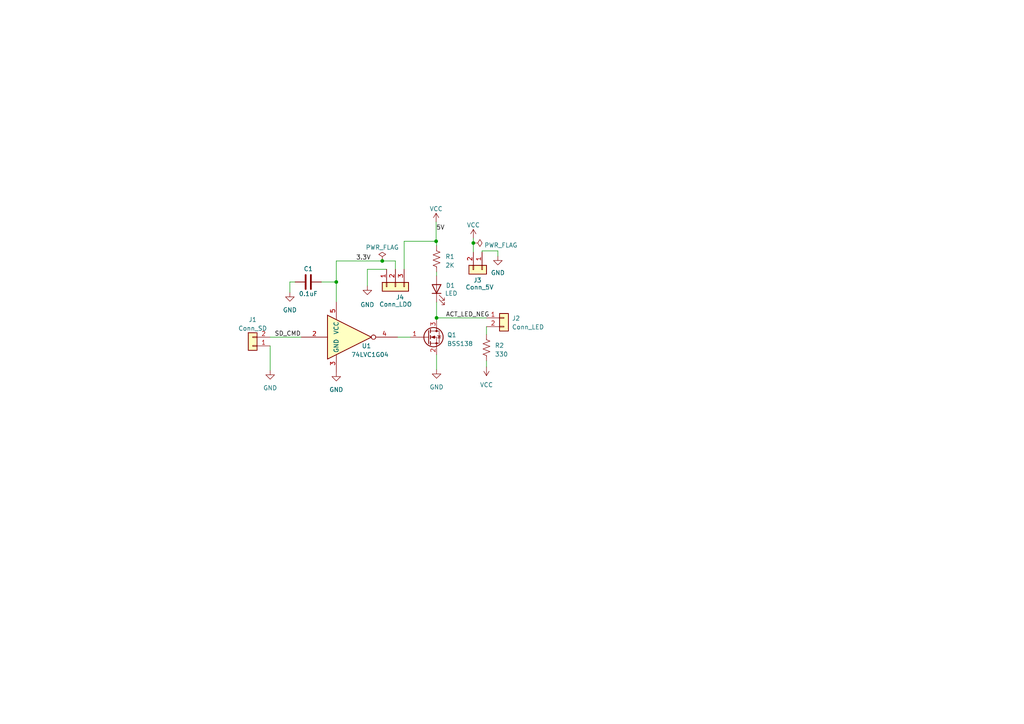
<source format=kicad_sch>
(kicad_sch (version 20230121) (generator eeschema)
  (paper "A4")
  (title_block (title "SD Card Activity LED Driver") (date "2023-07-08") (rev "1"))
  (lib_symbols
    (symbol "74xGxx:74LVC1G04"
      (property "Reference" "U" (at 0 7.62 0))
      (property "Value" "74LVC1G04" (at 5.08 -7.62 0))
      (symbol "74LVC1G04_0_1"
        (polyline (pts (xy -7.62 6.35) (xy -7.62 -6.35) (xy 5.08 0) (xy -7.62 6.35)) (stroke (width 0.254)) (fill (type background)))
      )
      (symbol "74LVC1G04_1_1"
        (pin input line (at -15.24 0 0) (length 7.62) (name "~") (number "2"))
        (pin power_in line (at -5.08 -10.16 90) (length 5.08) (name "GND") (number "3"))
        (pin output inverted (at 12.7 0 180) (length 7.62) (name "~") (number "4"))
        (pin power_in line (at -5.08 10.16 270) (length 5.08) (name "VCC") (number "5"))
      )
    )
    (symbol "Connector_Generic:Conn_01x02" (pin_names (offset 1.016) hide)
      (property "Reference" "J" (at 0 2.54 0))
      (property "Value" "Conn_01x02" (at 0 -5.08 0))
      (symbol "Conn_01x02_1_1"
        (rectangle (start -1.27 -2.413) (end 0 -2.667) (stroke (width 0.1524)))
        (rectangle (start -1.27 0.127) (end 0 -0.127) (stroke (width 0.1524)))
        (rectangle (start -1.27 1.27) (end 1.27 -3.81) (stroke (width 0.254)) (fill (type background)))
        (pin passive line (at -5.08 0 0) (length 3.81) (name "Pin_1") (number "1"))
        (pin passive line (at -5.08 -2.54 0) (length 3.81) (name "Pin_2") (number "2"))
      )
    )
    (symbol "Connector_Generic:Conn_01x03" (pin_names (offset 1.016) hide)
      (property "Reference" "J" (at 0 5.08 0))
      (property "Value" "Conn_01x03" (at 0 -5.08 0))
      (symbol "Conn_01x03_1_1"
        (rectangle (start -1.27 -2.413) (end 0 -2.667) (stroke (width 0.1524)))
        (rectangle (start -1.27 0.127) (end 0 -0.127) (stroke (width 0.1524)))
        (rectangle (start -1.27 2.667) (end 0 2.413) (stroke (width 0.1524)))
        (rectangle (start -1.27 3.81) (end 1.27 -3.81) (stroke (width 0.254)) (fill (type background)))
        (pin passive line (at -5.08 2.54 0) (length 3.81) (name "Pin_1") (number "1"))
        (pin passive line (at -5.08 0 0) (length 3.81) (name "Pin_2") (number "2"))
        (pin passive line (at -5.08 -2.54 0) (length 3.81) (name "Pin_3") (number "3"))
      )
    )
    (symbol "Device:C" (pin_numbers hide) (pin_names (offset 0.254))
      (property "Reference" "C" (at 0.635 2.54 0))
      (property "Value" "C" (at 0.635 -2.54 0))
      (symbol "C_0_1"
        (polyline (pts (xy -2.032 -0.762) (xy 2.032 -0.762)) (stroke (width 0.508)))
        (polyline (pts (xy -2.032 0.762) (xy 2.032 0.762)) (stroke (width 0.508)))
      )
      (symbol "C_1_1"
        (pin passive line (at 0 3.81 270) (length 2.794) (name "~") (number "1"))
        (pin passive line (at 0 -3.81 90) (length 2.794) (name "~") (number "2"))
      )
    )
    (symbol "Device:LED" (pin_numbers hide) (pin_names (offset 1.016) hide)
      (property "Reference" "D" (at 0 2.54 0))
      (property "Value" "LED" (at 0 -2.54 0))
      (symbol "LED_0_1"
        (polyline (pts (xy -1.27 -1.27) (xy -1.27 1.27)) (stroke (width 0.254)))
        (polyline (pts (xy -1.27 0) (xy 1.27 0)))
        (polyline (pts (xy 1.27 -1.27) (xy 1.27 1.27) (xy -1.27 0) (xy 1.27 -1.27)) (stroke (width 0.254)))
        (polyline (pts (xy -3.048 -0.762) (xy -4.572 -2.286) (xy -3.81 -2.286) (xy -4.572 -2.286) (xy -4.572 -1.524)))
        (polyline (pts (xy -1.778 -0.762) (xy -3.302 -2.286) (xy -2.54 -2.286) (xy -3.302 -2.286) (xy -3.302 -1.524)))
      )
      (symbol "LED_1_1"
        (pin passive line (at -3.81 0 0) (length 2.54) (name "K") (number "1"))
        (pin passive line (at 3.81 0 180) (length 2.54) (name "A") (number "2"))
      )
    )
    (symbol "Device:R_US" (pin_numbers hide) (pin_names (offset 0))
      (property "Reference" "R" (at 2.54 0 90))
      (property "Value" "R_US" (at -2.54 0 90))
      (symbol "R_US_0_1"
        (polyline (pts (xy 0 -2.286) (xy 0 -2.54)))
        (polyline (pts (xy 0 2.286) (xy 0 2.54)))
        (polyline (pts (xy 0 -0.762) (xy 1.016 -1.143) (xy 0 -1.524) (xy -1.016 -1.905) (xy 0 -2.286)))
        (polyline (pts (xy 0 0.762) (xy 1.016 0.381) (xy 0 0) (xy -1.016 -0.381) (xy 0 -0.762)))
        (polyline (pts (xy 0 2.286) (xy 1.016 1.905) (xy 0 1.524) (xy -1.016 1.143) (xy 0 0.762)))
      )
      (symbol "R_US_1_1"
        (pin passive line (at 0 3.81 270) (length 1.27) (name "~") (number "1"))
        (pin passive line (at 0 -3.81 90) (length 1.27) (name "~") (number "2"))
      )
    )
    (symbol "Transistor_FET:BSS138" (pin_names hide)
      (property "Reference" "Q" (at 5.08 1.905 0))
      (property "Value" "BSS138" (at 5.08 0 0))
      (symbol "BSS138_0_1"
        (polyline (pts (xy 0.254 0) (xy -2.54 0)))
        (polyline (pts (xy 0.254 1.905) (xy 0.254 -1.905)) (stroke (width 0.254)))
        (polyline (pts (xy 0.762 -1.27) (xy 0.762 -2.286)) (stroke (width 0.254)))
        (polyline (pts (xy 0.762 0.508) (xy 0.762 -0.508)) (stroke (width 0.254)))
        (polyline (pts (xy 0.762 2.286) (xy 0.762 1.27)) (stroke (width 0.254)))
        (polyline (pts (xy 2.54 2.54) (xy 2.54 1.778)))
        (polyline (pts (xy 2.54 -2.54) (xy 2.54 0) (xy 0.762 0)))
        (polyline (pts (xy 0.762 -1.778) (xy 3.302 -1.778) (xy 3.302 1.778) (xy 0.762 1.778)))
        (polyline (pts (xy 1.016 0) (xy 2.032 0.381) (xy 2.032 -0.381) (xy 1.016 0)) (fill (type outline)))
        (polyline (pts (xy 2.794 0.508) (xy 2.921 0.381) (xy 3.683 0.381) (xy 3.81 0.254)))
        (polyline (pts (xy 3.302 0.381) (xy 2.921 -0.254) (xy 3.683 -0.254) (xy 3.302 0.381)))
        (circle (center 1.651 0) (radius 2.794) (stroke (width 0.254)))
        (circle (center 2.54 -1.778) (radius 0.254) (fill (type outline)))
        (circle (center 2.54 1.778) (radius 0.254) (fill (type outline)))
      )
      (symbol "BSS138_1_1"
        (pin input line (at -5.08 0 0) (length 2.54) (name "G") (number "1"))
        (pin passive line (at 2.54 -5.08 90) (length 2.54) (name "S") (number "2"))
        (pin passive line (at 2.54 5.08 270) (length 2.54) (name "D") (number "3"))
      )
    )
    (symbol "power:GND" (power) (pin_names (offset 0))
      (property "Value" "GND" (at 0 -3.81 0))
      (symbol "GND_0_1"
        (polyline (pts (xy 0 0) (xy 0 -1.27) (xy 1.27 -1.27) (xy 0 -2.54) (xy -1.27 -1.27) (xy 0 -1.27)))
      )
      (symbol "GND_1_1"
        (pin power_in line (at 0 0 270) (length 0) hide (name "GND") (number "1"))
      )
    )
    (symbol "power:PWR_FLAG" (power) (pin_numbers hide) (pin_names (offset 0) hide)
      (property "Value" "PWR_FLAG" (at 0 3.81 0))
      (symbol "PWR_FLAG_0_0"
        (pin power_out line (at 0 0 90) (length 0) (name "pwr") (number "1"))
      )
      (symbol "PWR_FLAG_0_1"
        (polyline (pts (xy 0 0) (xy 0 1.27) (xy -1.016 1.905) (xy 0 2.54) (xy 1.016 1.905) (xy 0 1.27)))
      )
    )
    (symbol "power:VCC" (power) (pin_names (offset 0))
      (property "Value" "VCC" (at 0 3.81 0))
      (symbol "VCC_0_1"
        (polyline (pts (xy -0.762 1.27) (xy 0 2.54)))
        (polyline (pts (xy 0 0) (xy 0 2.54)))
        (polyline (pts (xy 0 2.54) (xy 0.762 1.27)))
      )
      (symbol "VCC_1_1"
        (pin power_in line (at 0 0 90) (length 0) hide (name "VCC") (number "1"))
      )
    )
  )
  (junction (at 126.492 69.977))
  (junction (at 137.287 70.485))
  (junction (at 97.536 81.788))
  (junction (at 126.619 92.202))
  (junction (at 110.871 75.692))
  (wire (pts (xy 85.598 81.788) (xy 84.074 81.788)))
  (wire (pts (xy 114.681 78.105) (xy 114.681 75.692)))
  (wire (pts (xy 137.287 70.485) (xy 137.287 73.152)))
  (wire (pts (xy 139.827 72.771) (xy 139.827 73.152)))
  (wire (pts (xy 126.619 78.867) (xy 126.619 80.01)))
  (wire (pts (xy 126.619 92.202) (xy 141.097 92.202)))
  (wire (pts (xy 84.074 81.788) (xy 84.074 84.836)))
  (wire (pts (xy 141.097 97.028) (xy 141.097 94.742)))
  (wire (pts (xy 117.221 69.977) (xy 126.492 69.977)))
  (wire (pts (xy 115.316 97.79) (xy 118.999 97.79)))
  (wire (pts (xy 110.871 75.692) (xy 114.681 75.692)))
  (wire (pts (xy 126.619 87.63) (xy 126.619 92.202)))
  (wire (pts (xy 126.492 64.389) (xy 126.492 69.977)))
  (wire (pts (xy 97.536 81.788) (xy 97.536 87.63)))
  (wire (pts (xy 106.553 78.105) (xy 112.141 78.105)))
  (wire (pts (xy 141.097 106.426) (xy 141.097 104.648)))
  (wire (pts (xy 126.619 70.104) (xy 126.619 71.247)))
  (wire (pts (xy 144.399 74.295) (xy 144.399 72.771)))
  (wire (pts (xy 126.619 102.87) (xy 126.619 107.188)))
  (wire (pts (xy 117.221 69.977) (xy 117.221 78.105)))
  (wire (pts (xy 97.536 75.692) (xy 110.871 75.692)))
  (wire (pts (xy 93.218 81.788) (xy 97.536 81.788)))
  (wire (pts (xy 126.619 70.104) (xy 126.492 70.104)))
  (wire (pts (xy 97.536 75.692) (xy 97.536 81.788)))
  (wire (pts (xy 78.359 107.442) (xy 78.359 100.33)))
  (wire (pts (xy 78.359 97.79) (xy 87.376 97.79)))
  (wire (pts (xy 126.492 69.977) (xy 126.492 70.104)))
  (wire (pts (xy 137.287 69.088) (xy 137.287 70.485)))
  (wire (pts (xy 106.553 82.931) (xy 106.553 78.105)))
  (wire (pts (xy 144.399 72.771) (xy 139.827 72.771)))
  (wire (pts (xy 126.619 92.202) (xy 126.619 92.71)))
  (label "ACT_LED_NEG" (at 129.286 92.202 0))
  (label "3.3V" (at 103.251 75.692 0))
  (label "SD_CMD" (at 79.629 97.79 0))
  (label "5V" (at 126.492 67.0135 0))
  (symbol (lib_id "Transistor_FET:BSS138") (at 124.079 97.79 0) (unit 1)
    (property "Reference" "Q1" (at 129.667 97.155 0) (effects (justify left)))
    (property "Value" "BSS138" (at 129.667 99.695 0) (effects (justify left)))
    (property "Footprint" "Package_TO_SOT_SMD:SOT-23" (effects hide))
    (property "Datasheet" "https://www.onsemi.com/pub/Collateral/BSS138-D.PDF" (effects hide))
  )
  (symbol (lib_id "power:VCC") (at 126.492 64.389 0) (unit 1)
    (property "Reference" "#PWR05" (effects hide))
    (property "Value" "VCC" (at 126.492 60.579 0))
  )
  (symbol (lib_id "Device:C") (at 89.408 81.788 270) (unit 1)
    (property "Reference" "C1" (at 89.408 77.978 90))
    (property "Value" "0.1uF" (at 89.408 85.217 90))
    (property "Footprint" "Capacitor_SMD:C_0805_2012Metric_Pad1.18x1.45mm_HandSolder" (effects hide))
  )
  (symbol (lib_id "Device:R_US") (at 126.619 75.057 0) (unit 1)
    (property "Reference" "R1" (at 129.159 74.422 0) (effects (justify left)))
    (property "Value" "2K" (at 129.159 76.962 0) (effects (justify left)))
    (property "Footprint" "Capacitor_SMD:C_0805_2012Metric_Pad1.18x1.45mm_HandSolder" (effects hide))
  )
  (symbol (lib_id "power:GND") (at 144.399 74.295 0) (unit 1)
    (property "Reference" "#PWR08" (effects hide))
    (property "Value" "GND" (at 144.399 79.121 0))
  )
  (symbol (lib_id "power:GND") (at 84.074 84.836 0) (unit 1)
    (property "Reference" "#PWR03" (effects hide))
    (property "Value" "GND" (at 84.074 89.916 0))
  )
  (symbol (lib_id "74xGxx:74LVC1G04") (at 102.616 97.79 0) (unit 1)
    (property "Reference" "U1" (at 106.299 100.33 0))
    (property "Value" "74LVC1G04" (at 107.315 102.87 0))
    (property "Footprint" "Package_TO_SOT_SMD:SOT-553" (effects hide))
    (property "Datasheet" "https://www.ti.com/lit/ds/symlink/sn74lvc1g04.pdf" (effects hide))
  )
  (symbol (lib_id "power:GND") (at 97.536 107.95 0) (unit 1)
    (property "Reference" "#PWR02" (effects hide))
    (property "Value" "GND" (at 97.536 113.03 0))
  )
  (symbol (lib_id "Device:LED") (at 126.619 83.82 90) (unit 1)
    (property "Reference" "D1" (at 129.286 82.804 90) (effects (justify right)))
    (property "Value" "LED" (at 129.032 85.09 90) (effects (justify right)))
    (property "Footprint" "LED_SMD:LED_0201_0603Metric_Pad0.64x0.40mm_HandSolder" (effects hide))
  )
  (symbol (lib_id "power:VCC") (at 141.097 106.426 180) (unit 1)
    (property "Reference" "#PWR07" (effects hide))
    (property "Value" "VCC" (at 141.097 111.633 0))
  )
  (symbol (lib_id "power:GND") (at 126.619 107.188 0) (unit 1)
    (property "Reference" "#PWR04" (effects hide))
    (property "Value" "GND" (at 126.619 112.268 0))
  )
  (symbol (lib_id "power:PWR_FLAG") (at 110.871 75.692 0) (unit 1)
    (property "Reference" "#FLG02" (effects hide))
    (property "Value" "PWR_FLAG" (at 110.871 71.755 0))
  )
  (symbol (lib_id "power:GND") (at 106.553 82.931 0) (unit 1)
    (property "Reference" "#PWR01" (effects hide))
    (property "Value" "GND" (at 106.553 88.392 0))
  )
  (symbol (lib_id "Connector_Generic:Conn_01x02") (at 146.177 92.202 0) (unit 1)
    (property "Reference" "J2" (at 148.463 92.329 0) (effects (justify left)))
    (property "Value" "Conn_LED" (at 148.463 94.869 0) (effects (justify left)))
    (property "Footprint" "Connector_PinSocket_2.54mm:PinSocket_1x02_P2.54mm_Vertical" (effects hide))
  )
  (symbol (lib_id "Connector_Generic:Conn_01x03") (at 114.681 83.185 90) (mirror x) (unit 1)
    (property "Reference" "J4" (at 117.221 86.233 90) (effects (justify left)))
    (property "Value" "Conn_LDO" (at 119.507 88.265 90) (effects (justify left)))
    (property "Footprint" "Connector_PinSocket_2.54mm:PinSocket_1x03_P2.54mm_Vertical" (effects hide))
  )
  (symbol (lib_id "power:GND") (at 78.359 107.442 0) (unit 1)
    (property "Reference" "#PWR06" (effects hide))
    (property "Value" "GND" (at 78.359 112.522 0))
  )
  (symbol (lib_id "Connector_Generic:Conn_01x02") (at 139.827 78.232 270) (unit 1)
    (property "Reference" "J3" (at 137.287 81.28 90) (effects (justify left)))
    (property "Value" "Conn_5V" (at 135.001 83.312 90) (effects (justify left)))
    (property "Footprint" "Connector_PinSocket_2.54mm:PinSocket_1x02_P2.54mm_Vertical" (effects hide))
  )
  (symbol (lib_id "power:VCC") (at 137.287 69.088 0) (unit 1)
    (property "Reference" "#PWR09" (effects hide))
    (property "Value" "VCC" (at 137.287 65.278 0))
  )
  (symbol (lib_id "power:PWR_FLAG") (at 137.287 70.485 270) (unit 1)
    (property "Reference" "#FLG01" (effects hide))
    (property "Value" "PWR_FLAG" (at 140.462 71.12 90) (effects (justify left)))
  )
  (symbol (lib_id "Device:R_US") (at 141.097 100.838 0) (unit 1)
    (property "Reference" "R2" (at 143.51 100.203 0) (effects (justify left)))
    (property "Value" "330" (at 143.51 102.743 0) (effects (justify left)))
    (property "Footprint" "Capacitor_SMD:C_0805_2012Metric_Pad1.18x1.45mm_HandSolder" (effects hide))
  )
  (symbol (lib_id "Connector_Generic:Conn_01x02") (at 73.279 100.33 180) (unit 1)
    (property "Reference" "J1" (at 73.279 92.71 0))
    (property "Value" "Conn_SD" (at 73.279 95.25 0))
    (property "Footprint" "Connector_PinSocket_2.54mm:PinSocket_1x02_P2.54mm_Vertical" (effects hide))
  )
)
</source>
